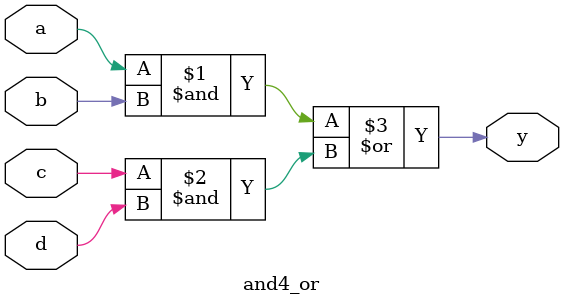
<source format=v>
module and4_or (
    input wire a,
    input wire b,
    input wire c,
    input wire d,
    output wire y
);

assign y = (a & b) | (c & d);

endmodule

</source>
